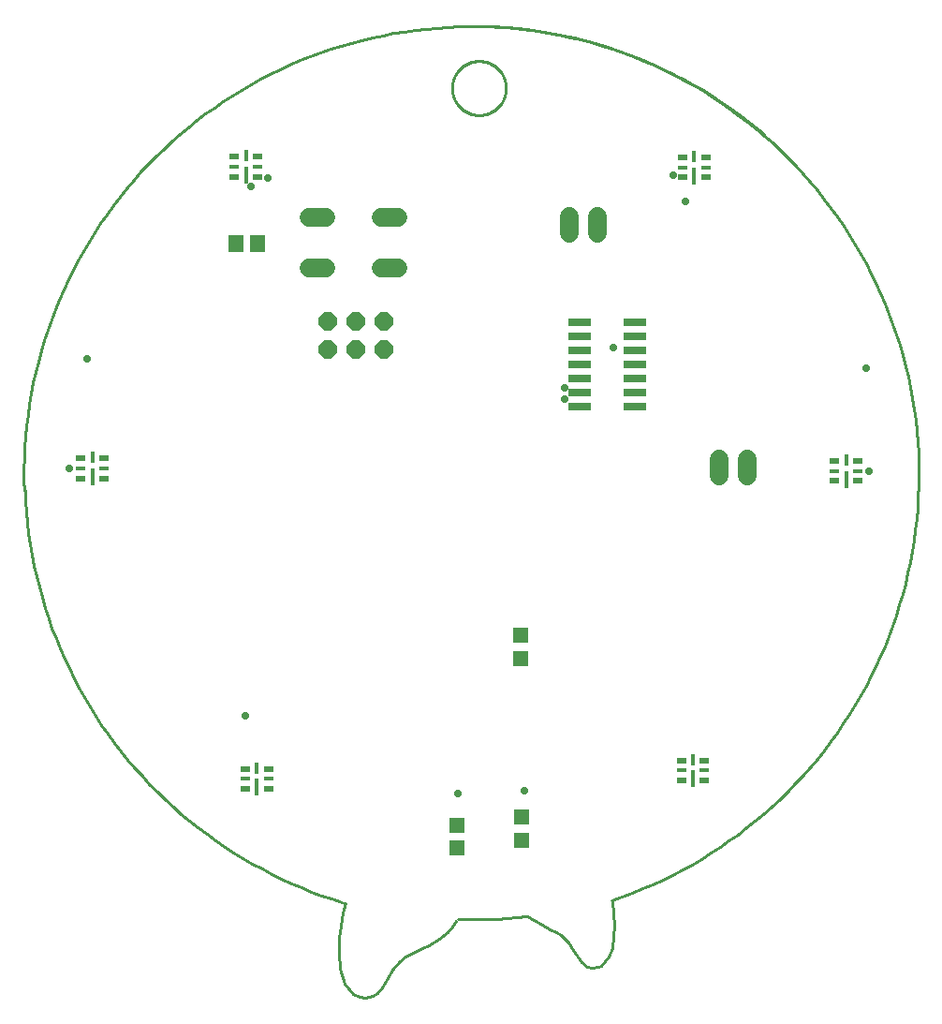
<source format=gts>
G75*
%MOIN*%
%OFA0B0*%
%FSLAX25Y25*%
%IPPOS*%
%LPD*%
%AMOC8*
5,1,8,0,0,1.08239X$1,22.5*
%
%ADD10C,0.01000*%
%ADD11R,0.08300X0.02700*%
%ADD12R,0.05224X0.05224*%
%ADD13OC8,0.06500*%
%ADD14C,0.06500*%
%ADD15R,0.05618X0.06406*%
%ADD16R,0.03650X0.02469*%
%ADD17R,0.03650X0.01681*%
%ADD18R,0.01681X0.04437*%
%ADD19R,0.01681X0.06406*%
%ADD20OC8,0.02500*%
D10*
X0128781Y0013704D02*
X0125829Y0017395D01*
X0124106Y0022562D01*
X0123614Y0028714D01*
X0123860Y0033635D01*
X0124352Y0038064D01*
X0125090Y0042739D01*
X0126075Y0046184D01*
X0125336Y0046184D01*
X0145268Y0025269D02*
X0147482Y0026991D01*
X0149943Y0028468D01*
X0153388Y0030190D01*
X0155848Y0031174D01*
X0159293Y0033389D01*
X0162246Y0035604D01*
X0164214Y0037818D01*
X0165445Y0039787D01*
X0145268Y0025269D02*
X0142807Y0022316D01*
X0141085Y0019363D01*
X0139116Y0015919D01*
X0137394Y0014196D01*
X0135671Y0012966D01*
X0133210Y0012228D01*
X0130996Y0012720D01*
X0128781Y0013704D01*
X0190789Y0041263D02*
X0193004Y0040033D01*
X0195957Y0038310D01*
X0198663Y0036834D01*
X0201124Y0035604D01*
X0202846Y0034619D01*
X0205553Y0031913D01*
X0207029Y0029452D01*
X0209982Y0025023D01*
X0211951Y0023546D01*
X0213673Y0023054D01*
X0216134Y0023546D01*
X0217118Y0023793D01*
X0219579Y0026991D01*
X0221055Y0030190D01*
X0221547Y0034373D01*
X0221793Y0038064D01*
X0221547Y0042247D01*
X0221055Y0047169D01*
X0274943Y0319560D02*
X0272010Y0322021D01*
X0269019Y0324411D01*
X0265972Y0326729D01*
X0262869Y0328973D01*
X0259715Y0331142D01*
X0256509Y0333235D01*
X0253253Y0335251D01*
X0249951Y0337188D01*
X0246603Y0339045D01*
X0243211Y0340822D01*
X0239778Y0342517D01*
X0236306Y0344129D01*
X0232795Y0345657D01*
X0229250Y0347102D01*
X0225670Y0348460D01*
X0222059Y0349733D01*
X0218419Y0350919D01*
X0214751Y0352017D01*
X0211058Y0353027D01*
X0207342Y0353949D01*
X0203605Y0354781D01*
X0199849Y0355523D01*
X0196076Y0356176D01*
X0192289Y0356737D01*
X0188489Y0357208D01*
X0184679Y0357588D01*
X0180862Y0357877D01*
X0177038Y0358073D01*
X0173211Y0358179D01*
X0169382Y0358192D01*
X0163956Y0336046D02*
X0163959Y0336282D01*
X0163968Y0336517D01*
X0163982Y0336753D01*
X0164002Y0336988D01*
X0164028Y0337222D01*
X0164060Y0337456D01*
X0164097Y0337689D01*
X0164141Y0337921D01*
X0164189Y0338151D01*
X0164244Y0338381D01*
X0164304Y0338609D01*
X0164370Y0338835D01*
X0164441Y0339060D01*
X0164518Y0339283D01*
X0164600Y0339504D01*
X0164687Y0339723D01*
X0164780Y0339940D01*
X0164879Y0340154D01*
X0164982Y0340366D01*
X0165091Y0340576D01*
X0165204Y0340782D01*
X0165323Y0340986D01*
X0165447Y0341187D01*
X0165575Y0341384D01*
X0165709Y0341579D01*
X0165847Y0341770D01*
X0165990Y0341958D01*
X0166137Y0342142D01*
X0166289Y0342322D01*
X0166445Y0342499D01*
X0166606Y0342672D01*
X0166770Y0342841D01*
X0166939Y0343005D01*
X0167112Y0343166D01*
X0167289Y0343322D01*
X0167469Y0343474D01*
X0167653Y0343621D01*
X0167841Y0343764D01*
X0168032Y0343902D01*
X0168227Y0344036D01*
X0168424Y0344164D01*
X0168625Y0344288D01*
X0168829Y0344407D01*
X0169035Y0344520D01*
X0169245Y0344629D01*
X0169457Y0344732D01*
X0169671Y0344831D01*
X0169888Y0344924D01*
X0170107Y0345011D01*
X0170328Y0345093D01*
X0170551Y0345170D01*
X0170776Y0345241D01*
X0171002Y0345307D01*
X0171230Y0345367D01*
X0171460Y0345422D01*
X0171690Y0345470D01*
X0171922Y0345514D01*
X0172155Y0345551D01*
X0172389Y0345583D01*
X0172623Y0345609D01*
X0172858Y0345629D01*
X0173094Y0345643D01*
X0173329Y0345652D01*
X0173565Y0345655D01*
X0173801Y0345652D01*
X0174036Y0345643D01*
X0174272Y0345629D01*
X0174507Y0345609D01*
X0174741Y0345583D01*
X0174975Y0345551D01*
X0175208Y0345514D01*
X0175440Y0345470D01*
X0175670Y0345422D01*
X0175900Y0345367D01*
X0176128Y0345307D01*
X0176354Y0345241D01*
X0176579Y0345170D01*
X0176802Y0345093D01*
X0177023Y0345011D01*
X0177242Y0344924D01*
X0177459Y0344831D01*
X0177673Y0344732D01*
X0177885Y0344629D01*
X0178095Y0344520D01*
X0178301Y0344407D01*
X0178505Y0344288D01*
X0178706Y0344164D01*
X0178903Y0344036D01*
X0179098Y0343902D01*
X0179289Y0343764D01*
X0179477Y0343621D01*
X0179661Y0343474D01*
X0179841Y0343322D01*
X0180018Y0343166D01*
X0180191Y0343005D01*
X0180360Y0342841D01*
X0180524Y0342672D01*
X0180685Y0342499D01*
X0180841Y0342322D01*
X0180993Y0342142D01*
X0181140Y0341958D01*
X0181283Y0341770D01*
X0181421Y0341579D01*
X0181555Y0341384D01*
X0181683Y0341187D01*
X0181807Y0340986D01*
X0181926Y0340782D01*
X0182039Y0340576D01*
X0182148Y0340366D01*
X0182251Y0340154D01*
X0182350Y0339940D01*
X0182443Y0339723D01*
X0182530Y0339504D01*
X0182612Y0339283D01*
X0182689Y0339060D01*
X0182760Y0338835D01*
X0182826Y0338609D01*
X0182886Y0338381D01*
X0182941Y0338151D01*
X0182989Y0337921D01*
X0183033Y0337689D01*
X0183070Y0337456D01*
X0183102Y0337222D01*
X0183128Y0336988D01*
X0183148Y0336753D01*
X0183162Y0336517D01*
X0183171Y0336282D01*
X0183174Y0336046D01*
X0183171Y0335810D01*
X0183162Y0335575D01*
X0183148Y0335339D01*
X0183128Y0335104D01*
X0183102Y0334870D01*
X0183070Y0334636D01*
X0183033Y0334403D01*
X0182989Y0334171D01*
X0182941Y0333941D01*
X0182886Y0333711D01*
X0182826Y0333483D01*
X0182760Y0333257D01*
X0182689Y0333032D01*
X0182612Y0332809D01*
X0182530Y0332588D01*
X0182443Y0332369D01*
X0182350Y0332152D01*
X0182251Y0331938D01*
X0182148Y0331726D01*
X0182039Y0331516D01*
X0181926Y0331310D01*
X0181807Y0331106D01*
X0181683Y0330905D01*
X0181555Y0330708D01*
X0181421Y0330513D01*
X0181283Y0330322D01*
X0181140Y0330134D01*
X0180993Y0329950D01*
X0180841Y0329770D01*
X0180685Y0329593D01*
X0180524Y0329420D01*
X0180360Y0329251D01*
X0180191Y0329087D01*
X0180018Y0328926D01*
X0179841Y0328770D01*
X0179661Y0328618D01*
X0179477Y0328471D01*
X0179289Y0328328D01*
X0179098Y0328190D01*
X0178903Y0328056D01*
X0178706Y0327928D01*
X0178505Y0327804D01*
X0178301Y0327685D01*
X0178095Y0327572D01*
X0177885Y0327463D01*
X0177673Y0327360D01*
X0177459Y0327261D01*
X0177242Y0327168D01*
X0177023Y0327081D01*
X0176802Y0326999D01*
X0176579Y0326922D01*
X0176354Y0326851D01*
X0176128Y0326785D01*
X0175900Y0326725D01*
X0175670Y0326670D01*
X0175440Y0326622D01*
X0175208Y0326578D01*
X0174975Y0326541D01*
X0174741Y0326509D01*
X0174507Y0326483D01*
X0174272Y0326463D01*
X0174036Y0326449D01*
X0173801Y0326440D01*
X0173565Y0326437D01*
X0173329Y0326440D01*
X0173094Y0326449D01*
X0172858Y0326463D01*
X0172623Y0326483D01*
X0172389Y0326509D01*
X0172155Y0326541D01*
X0171922Y0326578D01*
X0171690Y0326622D01*
X0171460Y0326670D01*
X0171230Y0326725D01*
X0171002Y0326785D01*
X0170776Y0326851D01*
X0170551Y0326922D01*
X0170328Y0326999D01*
X0170107Y0327081D01*
X0169888Y0327168D01*
X0169671Y0327261D01*
X0169457Y0327360D01*
X0169245Y0327463D01*
X0169035Y0327572D01*
X0168829Y0327685D01*
X0168625Y0327804D01*
X0168424Y0327928D01*
X0168227Y0328056D01*
X0168032Y0328190D01*
X0167841Y0328328D01*
X0167653Y0328471D01*
X0167469Y0328618D01*
X0167289Y0328770D01*
X0167112Y0328926D01*
X0166939Y0329087D01*
X0166770Y0329251D01*
X0166606Y0329420D01*
X0166445Y0329593D01*
X0166289Y0329770D01*
X0166137Y0329950D01*
X0165990Y0330134D01*
X0165847Y0330322D01*
X0165709Y0330513D01*
X0165575Y0330708D01*
X0165447Y0330905D01*
X0165323Y0331106D01*
X0165204Y0331310D01*
X0165091Y0331516D01*
X0164982Y0331726D01*
X0164879Y0331938D01*
X0164780Y0332152D01*
X0164687Y0332369D01*
X0164600Y0332588D01*
X0164518Y0332809D01*
X0164441Y0333032D01*
X0164370Y0333257D01*
X0164304Y0333483D01*
X0164244Y0333711D01*
X0164189Y0333941D01*
X0164141Y0334171D01*
X0164097Y0334403D01*
X0164060Y0334636D01*
X0164028Y0334870D01*
X0164002Y0335104D01*
X0163982Y0335339D01*
X0163968Y0335575D01*
X0163959Y0335810D01*
X0163956Y0336046D01*
X0190543Y0041510D02*
X0187044Y0041101D01*
X0183537Y0040769D01*
X0180023Y0040515D01*
X0176504Y0040339D01*
X0172983Y0040241D01*
X0169460Y0040221D01*
X0165937Y0040280D01*
X0220809Y0047169D02*
X0224504Y0048447D01*
X0228165Y0049814D01*
X0231792Y0051272D01*
X0235383Y0052817D01*
X0238934Y0054451D01*
X0242445Y0056170D01*
X0245912Y0057975D01*
X0249334Y0059865D01*
X0252708Y0061837D01*
X0256034Y0063892D01*
X0259308Y0066028D01*
X0262528Y0068243D01*
X0265694Y0070536D01*
X0268802Y0072907D01*
X0271852Y0075352D01*
X0274840Y0077872D01*
X0277766Y0080464D01*
X0280628Y0083127D01*
X0283423Y0085859D01*
X0286151Y0088659D01*
X0288809Y0091525D01*
X0291397Y0094455D01*
X0293912Y0097447D01*
X0296352Y0100501D01*
X0298718Y0103613D01*
X0301006Y0106782D01*
X0303216Y0110006D01*
X0305346Y0113283D01*
X0307396Y0116612D01*
X0309363Y0119990D01*
X0311247Y0123415D01*
X0313047Y0126885D01*
X0314761Y0130398D01*
X0316388Y0133952D01*
X0317928Y0137545D01*
X0319379Y0141174D01*
X0320742Y0144838D01*
X0322014Y0148534D01*
X0323195Y0152261D01*
X0324284Y0156015D01*
X0325281Y0159794D01*
X0326185Y0163597D01*
X0326996Y0167421D01*
X0327713Y0171264D01*
X0328336Y0175123D01*
X0328864Y0178996D01*
X0329297Y0182881D01*
X0329634Y0186775D01*
X0329877Y0190677D01*
X0330023Y0194583D01*
X0330074Y0198491D01*
X0330029Y0202400D01*
X0329888Y0206306D01*
X0329652Y0210208D01*
X0329320Y0214103D01*
X0328893Y0217989D01*
X0328371Y0221863D01*
X0327754Y0225723D01*
X0327043Y0229566D01*
X0326238Y0233391D01*
X0325339Y0237196D01*
X0324348Y0240977D01*
X0323264Y0244732D01*
X0322088Y0248460D01*
X0320822Y0252158D01*
X0319465Y0255824D01*
X0318019Y0259456D01*
X0316485Y0263051D01*
X0314863Y0266608D01*
X0313154Y0270123D01*
X0311360Y0273596D01*
X0309481Y0277024D01*
X0307518Y0280405D01*
X0305474Y0283736D01*
X0303349Y0287017D01*
X0301143Y0290244D01*
X0298860Y0293417D01*
X0296499Y0296533D01*
X0294063Y0299590D01*
X0291553Y0302586D01*
X0288970Y0305520D01*
X0286316Y0308390D01*
X0283592Y0311194D01*
X0280801Y0313930D01*
X0277943Y0316597D01*
X0275021Y0319194D01*
X0272036Y0321718D01*
X0268991Y0324168D01*
X0265886Y0326543D01*
X0262724Y0328841D01*
X0259506Y0331061D01*
X0256236Y0333201D01*
X0252913Y0335261D01*
X0249542Y0337239D01*
X0246123Y0339134D01*
X0242658Y0340944D01*
X0239150Y0342669D01*
X0235601Y0344307D01*
X0232013Y0345858D01*
X0228388Y0347321D01*
X0224729Y0348694D01*
X0221036Y0349978D01*
X0217314Y0351170D01*
X0213563Y0352271D01*
X0209787Y0353280D01*
X0205987Y0354196D01*
X0202165Y0355019D01*
X0198325Y0355748D01*
X0194468Y0356383D01*
X0190596Y0356922D01*
X0186713Y0357367D01*
X0182819Y0357717D01*
X0178919Y0357971D01*
X0175013Y0358130D01*
X0171105Y0358193D01*
X0170120Y0357947D02*
X0166250Y0357890D01*
X0162382Y0357740D01*
X0158519Y0357496D01*
X0154663Y0357157D01*
X0150817Y0356725D01*
X0146982Y0356199D01*
X0143161Y0355580D01*
X0139356Y0354868D01*
X0135570Y0354064D01*
X0131805Y0353167D01*
X0128062Y0352180D01*
X0124345Y0351101D01*
X0120655Y0349933D01*
X0116994Y0348674D01*
X0113366Y0347327D01*
X0109771Y0345892D01*
X0106212Y0344370D01*
X0102691Y0342762D01*
X0099211Y0341069D01*
X0095772Y0339291D01*
X0092378Y0337430D01*
X0089031Y0335487D01*
X0085731Y0333463D01*
X0082482Y0331359D01*
X0079285Y0329177D01*
X0076143Y0326918D01*
X0073056Y0324583D01*
X0070027Y0322173D01*
X0067057Y0319690D01*
X0064149Y0317136D01*
X0061304Y0314512D01*
X0058523Y0311819D01*
X0055809Y0309059D01*
X0053163Y0306234D01*
X0050587Y0303346D01*
X0048081Y0300395D01*
X0045649Y0297384D01*
X0043290Y0294316D01*
X0041007Y0291190D01*
X0038800Y0288010D01*
X0036672Y0284777D01*
X0034623Y0281493D01*
X0032654Y0278161D01*
X0030767Y0274781D01*
X0028963Y0271356D01*
X0027243Y0267889D01*
X0025608Y0264380D01*
X0024059Y0260833D01*
X0022597Y0257250D01*
X0021222Y0253631D01*
X0019936Y0249980D01*
X0018739Y0246300D01*
X0017632Y0242591D01*
X0016616Y0238856D01*
X0015691Y0235097D01*
X0014858Y0231317D01*
X0014117Y0227518D01*
X0013468Y0223702D01*
X0012913Y0219871D01*
X0012452Y0216028D01*
X0012084Y0212175D01*
X0011810Y0208314D01*
X0011630Y0204448D01*
X0011544Y0200578D01*
X0011552Y0196708D01*
X0011655Y0192838D01*
X0011901Y0193083D02*
X0012085Y0189214D01*
X0012364Y0185351D01*
X0012736Y0181495D01*
X0013202Y0177650D01*
X0013761Y0173817D01*
X0014414Y0169999D01*
X0015159Y0166197D01*
X0015997Y0162416D01*
X0016926Y0158655D01*
X0017947Y0154919D01*
X0019058Y0151208D01*
X0020260Y0147525D01*
X0021550Y0143873D01*
X0022930Y0140253D01*
X0024397Y0136668D01*
X0025951Y0133120D01*
X0027590Y0129611D01*
X0029315Y0126143D01*
X0031124Y0122717D01*
X0033015Y0119337D01*
X0034989Y0116004D01*
X0037043Y0112719D01*
X0039176Y0109486D01*
X0041387Y0106306D01*
X0043675Y0103180D01*
X0046039Y0100111D01*
X0048476Y0097101D01*
X0050986Y0094151D01*
X0053567Y0091262D01*
X0056218Y0088438D01*
X0058937Y0085679D01*
X0061722Y0082987D01*
X0064572Y0080363D01*
X0067484Y0077810D01*
X0070459Y0075328D01*
X0073492Y0072919D01*
X0076584Y0070585D01*
X0079731Y0068327D01*
X0082932Y0066147D01*
X0086186Y0064044D01*
X0089490Y0062022D01*
X0092842Y0060081D01*
X0096240Y0058222D01*
X0099682Y0056446D01*
X0103167Y0054754D01*
X0106692Y0053148D01*
X0110255Y0051629D01*
X0113854Y0050196D01*
X0117486Y0048851D01*
X0121151Y0047596D01*
X0124845Y0046429D01*
D11*
X0209514Y0222867D03*
X0209514Y0227867D03*
X0209514Y0232867D03*
X0209514Y0237867D03*
X0209514Y0242867D03*
X0209514Y0247867D03*
X0209514Y0252867D03*
X0228914Y0252867D03*
X0228914Y0247867D03*
X0228914Y0242867D03*
X0228914Y0237867D03*
X0228914Y0232867D03*
X0228914Y0227867D03*
X0228914Y0222867D03*
D12*
X0188220Y0141376D03*
X0188220Y0133108D03*
X0188870Y0076770D03*
X0188870Y0068502D03*
X0165730Y0065613D03*
X0165730Y0073881D03*
D13*
X0139559Y0242897D03*
X0139559Y0252897D03*
X0129559Y0252897D03*
X0129559Y0242897D03*
X0119559Y0242897D03*
X0119559Y0252897D03*
D14*
X0119129Y0272127D02*
X0113129Y0272127D01*
X0113129Y0289927D02*
X0119129Y0289927D01*
X0138729Y0289927D02*
X0144729Y0289927D01*
X0144729Y0272127D02*
X0138729Y0272127D01*
X0205671Y0284449D02*
X0205671Y0290449D01*
X0215671Y0290449D02*
X0215671Y0284449D01*
X0259018Y0204032D02*
X0259018Y0198032D01*
X0269018Y0198032D02*
X0269018Y0204032D01*
D15*
X0094554Y0280682D03*
X0087074Y0280682D03*
D16*
X0090346Y0086686D03*
X0090346Y0093773D03*
X0098614Y0093773D03*
X0098614Y0086686D03*
X0040051Y0197218D03*
X0040051Y0204304D03*
X0031783Y0204304D03*
X0031783Y0197218D03*
X0086459Y0304501D03*
X0086459Y0311588D03*
X0094726Y0311588D03*
X0094726Y0304501D03*
X0246080Y0304231D03*
X0246080Y0311317D03*
X0254347Y0311317D03*
X0254347Y0304231D03*
X0300115Y0203345D03*
X0300115Y0196258D03*
X0308383Y0196258D03*
X0308383Y0203345D03*
X0253831Y0096775D03*
X0253831Y0089688D03*
X0245563Y0089688D03*
X0245563Y0096775D03*
D17*
X0245563Y0093231D03*
X0253831Y0093231D03*
X0300115Y0199801D03*
X0308383Y0199801D03*
X0254347Y0307774D03*
X0246080Y0307774D03*
X0094726Y0308044D03*
X0086459Y0308044D03*
X0040051Y0200761D03*
X0031783Y0200761D03*
X0090346Y0090230D03*
X0098614Y0090230D03*
D18*
X0094480Y0094167D03*
X0035917Y0204698D03*
X0090592Y0311981D03*
X0250213Y0311711D03*
X0304249Y0203738D03*
X0249697Y0097169D03*
D19*
X0249697Y0090279D03*
X0304249Y0196849D03*
X0250213Y0304821D03*
X0090592Y0305092D03*
X0035917Y0197808D03*
X0094480Y0087277D03*
D20*
X0090297Y0112651D03*
X0166045Y0085013D03*
X0189588Y0086037D03*
X0203919Y0225249D03*
X0203919Y0229344D03*
X0221321Y0243674D03*
X0246911Y0295879D03*
X0242817Y0305092D03*
X0311399Y0236509D03*
X0312423Y0199659D03*
X0098486Y0304068D03*
X0092344Y0300997D03*
X0033998Y0239580D03*
X0027856Y0200682D03*
M02*

</source>
